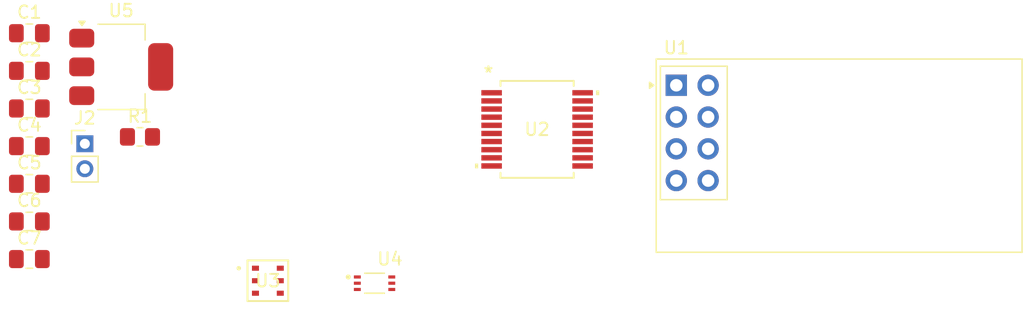
<source format=kicad_pcb>
(kicad_pcb (version 20240108) (generator "pcbnew") (generator_version "8.0")
  (layers (0 "F.Cu" signal) (31 "B.Cu" signal) (34 "B.Paste" user) (35 "F.Paste" user) (36 "B.SilkS" user "B.Silkscreen") (37 "F.SilkS" user "F.Silkscreen") (38 "B.Mask" user) (39 "F.Mask" user) (44 "Edge.Cuts" user))
  (net 0 "")
  (net 3 "+9V")
  (net 28 "GND")
  (net 29 "+3.3V")
  (net 30 "I2C_SDA")
  (net 31 "I2C_SCL")
  (net 32 "Net-(U4-DVI)")
  (footprint "Package_TO_SOT_SMD:SOT-223-3_TabPin2" (layer "F.Cu") (at 45.8 30.205)
    (property "Reference" "U5" (at 0 -4.5 0) (layer "F.SilkS"))
    (property "Value" "NCP1117-3.3Vout-20Vin")
    (fp_line (start -1.85 -3.41) (end 1.91 -3.41) (stroke (width 0.12)) (layer "F.SilkS"))
    (fp_line (start -1.85 3.41) (end 1.91 3.41) (stroke (width 0.12)) (layer "F.SilkS"))
    (fp_line (start 1.91 -3.41) (end 1.91 -2.15) (stroke (width 0.12)) (layer "F.SilkS"))
    (fp_line (start 1.91 3.41) (end 1.91 2.15) (stroke (width 0.12)) (layer "F.SilkS"))
    (fp_poly (pts (xy -3.13 -3.31) (xy -3.37 -3.64) (xy -2.89 -3.64) (xy -3.13 -3.31)) (stroke (width 0.12)) (fill solid) (layer "F.SilkS"))
    (pad "1" smd roundrect (at -3.15 -2.3) (size 2 1.5) (layers "F.Cu" "F.Paste" "F.Mask") (net 28 "GND"))
    (pad "2" smd roundrect (at -3.15 0) (size 2 1.5) (layers "F.Cu" "F.Paste" "F.Mask") (net 29 "+3.3V"))
    (pad "2" smd roundrect (at 3.15 0) (size 2 3.8) (layers "F.Cu" "F.Paste" "F.Mask") (net 29 "+3.3V"))
    (pad "3" smd roundrect (at -3.15 2.3) (size 2 1.5) (layers "F.Cu" "F.Paste" "F.Mask") (net 3 "+9V"))
  )
  (footprint "Capacitor_SMD:C_0805_2012Metric_Pad1.18x1.45mm_HandSolder" (layer "F.Cu") (at 38.47 45.57)
    (property "Reference" "C7" (at 0 -1.68 0) (layer "F.SilkS"))
    (property "Value" "0.1uF")
    (fp_line (start -0.261252 -0.735) (end 0.261252 -0.735) (stroke (width 0.12)) (layer "F.SilkS"))
    (fp_line (start -0.261252 0.735) (end 0.261252 0.735) (stroke (width 0.12)) (layer "F.SilkS"))
    (pad "1" smd roundrect (at -1.0375 0) (size 1.175 1.45) (layers "F.Cu" "F.Paste" "F.Mask") (roundrect_rratio 0.212766) (net 29 "+3.3V"))
    (pad "2" smd roundrect (at 1.0375 0) (size 1.175 1.45) (layers "F.Cu" "F.Paste" "F.Mask") (roundrect_rratio 0.212766) (net 28 "GND"))
  )
  (footprint "BH1750:XDCR_BH1750FVI-TR" (layer "F.Cu") (at 66.025 47.5)
    (property "Reference" "U4" (at 1.226565 -1.937485 0) (layer "F.SilkS") (effects (font (size 1.001283 1.001283))))
    (property "Value" "BH1750FVI-TR")
    (fp_line (start -0.78 0.8) (end 0.78 0.8) (stroke (width 0.127)) (layer "F.SilkS"))
    (fp_line (start 0.78 -0.8) (end -0.78 -0.8) (stroke (width 0.127)) (layer "F.SilkS"))
    (fp_circle (center -2.1 -0.5) (end -2 -0.5) (stroke (width 0.2)) (fill none) (layer "F.SilkS"))
    (pad "1" smd rect (at -1.375 -0.5) (size 0.55 0.25) (layers "F.Cu" "F.Paste" "F.Mask") (net 29 "+3.3V"))
    (pad "2" smd rect (at -1.375 0) (size 0.55 0.25) (layers "F.Cu" "F.Paste" "F.Mask") (net 28 "GND"))
    (pad "3" smd rect (at -1.375 0.5) (size 0.55 0.25) (layers "F.Cu" "F.Paste" "F.Mask") (net 28 "GND"))
    (pad "4" smd rect (at 1.375 0.5) (size 0.55 0.25) (layers "F.Cu" "F.Paste" "F.Mask") (net 30 "I2C_SDA"))
    (pad "5" smd rect (at 1.375 0) (size 0.55 0.25) (layers "F.Cu" "F.Paste" "F.Mask") (net 32 "Net-(U4-DVI)"))
    (pad "6" smd rect (at 1.375 -0.5) (size 0.55 0.25) (layers "F.Cu" "F.Paste" "F.Mask") (net 31 "I2C_SCL"))
  )
  (footprint "Capacitor_SMD:C_0805_2012Metric_Pad1.18x1.45mm_HandSolder" (layer "F.Cu") (at 38.47 42.56)
    (property "Reference" "C6" (at 0 -1.68 0) (layer "F.SilkS"))
    (property "Value" "10uF")
    (fp_line (start -0.261252 -0.735) (end 0.261252 -0.735) (stroke (width 0.12)) (layer "F.SilkS"))
    (fp_line (start -0.261252 0.735) (end 0.261252 0.735) (stroke (width 0.12)) (layer "F.SilkS"))
    (pad "1" smd roundrect (at -1.0375 0) (size 1.175 1.45) (layers "F.Cu" "F.Paste" "F.Mask") (roundrect_rratio 0.212766) (net 29 "+3.3V"))
    (pad "2" smd roundrect (at 1.0375 0) (size 1.175 1.45) (layers "F.Cu" "F.Paste" "F.Mask") (roundrect_rratio 0.212766) (net 28 "GND"))
  )
  (footprint "Capacitor_SMD:C_0805_2012Metric_Pad1.18x1.45mm_HandSolder" (layer "F.Cu") (at 38.47 33.53)
    (property "Reference" "C3" (at 0 -1.68 0) (layer "F.SilkS"))
    (property "Value" "0.1uF")
    (fp_line (start -0.261252 -0.735) (end 0.261252 -0.735) (stroke (width 0.12)) (layer "F.SilkS"))
    (fp_line (start -0.261252 0.735) (end 0.261252 0.735) (stroke (width 0.12)) (layer "F.SilkS"))
    (pad "1" smd roundrect (at -1.0375 0) (size 1.175 1.45) (layers "F.Cu" "F.Paste" "F.Mask") (roundrect_rratio 0.212766) (net 28 "GND"))
    (pad "2" smd roundrect (at 1.0375 0) (size 1.175 1.45) (layers "F.Cu" "F.Paste" "F.Mask") (roundrect_rratio 0.212766) (net 29 "+3.3V"))
  )
  (footprint "Capacitor_SMD:C_0805_2012Metric_Pad1.18x1.45mm_HandSolder" (layer "F.Cu") (at 38.47 36.54)
    (property "Reference" "C4" (at 0 -1.68 0) (layer "F.SilkS"))
    (property "Value" "0.1uF")
    (fp_line (start -0.261252 -0.735) (end 0.261252 -0.735) (stroke (width 0.12)) (layer "F.SilkS"))
    (fp_line (start -0.261252 0.735) (end 0.261252 0.735) (stroke (width 0.12)) (layer "F.SilkS"))
    (pad "1" smd roundrect (at -1.0375 0) (size 1.175 1.45) (layers "F.Cu" "F.Paste" "F.Mask") (roundrect_rratio 0.212766) (net 28 "GND"))
    (pad "2" smd roundrect (at 1.0375 0) (size 1.175 1.45) (layers "F.Cu" "F.Paste" "F.Mask") (roundrect_rratio 0.212766) (net 29 "+3.3V"))
  )
  (footprint "Capacitor_SMD:C_0805_2012Metric_Pad1.18x1.45mm_HandSolder" (layer "F.Cu") (at 38.47 27.51)
    (property "Reference" "C1" (at 0 -1.68 0) (layer "F.SilkS"))
    (property "Value" "0.1uF")
    (fp_line (start -0.261252 -0.735) (end 0.261252 -0.735) (stroke (width 0.12)) (layer "F.SilkS"))
    (fp_line (start -0.261252 0.735) (end 0.261252 0.735) (stroke (width 0.12)) (layer "F.SilkS"))
    (pad "1" smd roundrect (at -1.0375 0) (size 1.175 1.45) (layers "F.Cu" "F.Paste" "F.Mask") (roundrect_rratio 0.212766) (net 28 "GND"))
    (pad "2" smd roundrect (at 1.0375 0) (size 1.175 1.45) (layers "F.Cu" "F.Paste" "F.Mask") (roundrect_rratio 0.212766) (net 29 "+3.3V"))
  )
  (footprint "Capacitor_SMD:C_0805_2012Metric_Pad1.18x1.45mm_HandSolder" (layer "F.Cu") (at 38.47 30.52)
    (property "Reference" "C2" (at 0 -1.68 0) (layer "F.SilkS"))
    (property "Value" "0.1uF")
    (fp_line (start -0.261252 -0.735) (end 0.261252 -0.735) (stroke (width 0.12)) (layer "F.SilkS"))
    (fp_line (start -0.261252 0.735) (end 0.261252 0.735) (stroke (width 0.12)) (layer "F.SilkS"))
    (pad "1" smd roundrect (at -1.0375 0) (size 1.175 1.45) (layers "F.Cu" "F.Paste" "F.Mask") (roundrect_rratio 0.212766) (net 28 "GND"))
    (pad "2" smd roundrect (at 1.0375 0) (size 1.175 1.45) (layers "F.Cu" "F.Paste" "F.Mask") (roundrect_rratio 0.212766) (net 32 "Net-(U4-DVI)"))
  )
  (footprint "Resistor_SMD:R_0805_2012Metric_Pad1.20x1.40mm_HandSolder" (layer "F.Cu") (at 47.3 35.8)
    (property "Reference" "R1" (at 0 -1.65 0) (layer "F.SilkS"))
    (property "Value" "1kR")
    (fp_line (start -0.227064 -0.735) (end 0.227064 -0.735) (stroke (width 0.12)) (layer "F.SilkS"))
    (fp_line (start -0.227064 0.735) (end 0.227064 0.735) (stroke (width 0.12)) (layer "F.SilkS"))
    (pad "1" smd roundrect (at -1 0) (size 1.2 1.4) (layers "F.Cu" "F.Paste" "F.Mask") (roundrect_rratio 0.208333) (net 29 "+3.3V"))
    (pad "2" smd roundrect (at 1 0) (size 1.2 1.4) (layers "F.Cu" "F.Paste" "F.Mask") (roundrect_rratio 0.208333) (net 32 "Net-(U4-DVI)"))
  )
  (footprint "RF_Module:nRF24L01_Breakout" (layer "F.Cu") (at 90.1105 31.675)
    (property "Reference" "U1" (at 0 -3 0) (layer "F.SilkS"))
    (property "Value" "NRF24L01_Breakout")
    (fp_line (start -1.6 -2.1) (end -1.6 -2.1) (stroke (width 0.12)) (layer "F.SilkS"))
    (fp_line (start -1.6 -2.1) (end 27.6 -2.1) (stroke (width 0.12)) (layer "F.SilkS"))
    (fp_line (start -1.6 13.35) (end -1.6 -2.1) (stroke (width 0.12)) (layer "F.SilkS"))
    (fp_line (start -1.27 -1.524) (end -1.27 -1.524) (stroke (width 0.12)) (layer "F.SilkS"))
    (fp_line (start -1.27 -1.524) (end 4.064 -1.524) (stroke (width 0.12)) (layer "F.SilkS"))
    (fp_line (start -1.27 9.144) (end -1.27 -1.524) (stroke (width 0.12)) (layer "F.SilkS"))
    (fp_line (start -1.27 9.144) (end -1.27 9.144) (stroke (width 0.12)) (layer "F.SilkS"))
    (fp_line (start 4.064 -1.524) (end 4.064 9.143999) (stroke (width 0.12)) (layer "F.SilkS"))
    (fp_line (start 4.064 9.143999) (end -1.27 9.144) (stroke (width 0.12)) (layer "F.SilkS"))
    (fp_line (start 27.6 -2.1) (end 27.6 13.35) (stroke (width 0.12)) (layer "F.SilkS"))
    (fp_line (start 27.6 13.35) (end -1.6 13.35) (stroke (width 0.12)) (layer "F.SilkS"))
    (fp_poly (pts (xy -1.8 0) (xy -2.136 0.240001) (xy -2.136 -0.240001) (xy -1.8 0)) (stroke (width 0.12)) (fill solid) (layer "F.SilkS"))
    (pad "1" thru_hole rect (at 0 0) (size 1.7 1.7) (drill 1) (layers "*.Cu" "*.Mask") (net 28 "GND"))
    (pad "2" thru_hole circle (at 2.54 0) (size 1.7 1.7) (drill 1) (layers "*.Cu" "*.Mask") (net 29 "+3.3V"))
    (pad "3" thru_hole circle (at 0 2.54) (size 1.7 1.7) (drill 1) (layers "*.Cu" "*.Mask"))
    (pad "4" thru_hole circle (at 2.54 2.54) (size 1.7 1.7) (drill 1) (layers "*.Cu" "*.Mask"))
    (pad "5" thru_hole circle (at 0 5.079999) (size 1.7 1.7) (drill 1) (layers "*.Cu" "*.Mask"))
    (pad "6" thru_hole circle (at 2.54 5.08) (size 1.7 1.7) (drill 1) (layers "*.Cu" "*.Mask"))
    (pad "7" thru_hole circle (at 0 7.62) (size 1.7 1.7) (drill 1) (layers "*.Cu" "*.Mask"))
    (pad "8" thru_hole circle (at 2.54 7.62) (size 1.7 1.7) (drill 1) (layers "*.Cu" "*.Mask"))
  )
  (footprint "PIC18F15Q41-I-SS:SSOP20_SS_MCH" (layer "F.Cu") (at 79 35.2)
    (property "Reference" "U2" (at 0 0 0) (layer "F.SilkS"))
    (property "Value" "PIC18F15Q41-I/SS")
    (fp_line (start -2.921 -3.8735) (end -2.920999 -3.47324) (stroke (width 0.1524)) (layer "F.SilkS"))
    (fp_line (start -2.921 3.473238) (end -2.921 3.8735) (stroke (width 0.1524)) (layer "F.SilkS"))
    (fp_line (start -2.921 3.8735) (end 2.921 3.8735) (stroke (width 0.1524)) (layer "F.SilkS"))
    (fp_line (start 2.921 -3.8735) (end -2.921 -3.8735) (stroke (width 0.1524)) (layer "F.SilkS"))
    (fp_line (start 2.921 -3.473238) (end 2.921 -3.8735) (stroke (width 0.1524)) (layer "F.SilkS"))
    (fp_line (start 2.921 3.8735) (end 2.920999 3.47324) (stroke (width 0.1524)) (layer "F.SilkS"))
    (fp_poly (pts (xy -4.9601 2.734498) (xy -4.960099 3.115498) (xy -4.706099 3.115498) (xy -4.706099 2.734499)) (fill solid) (layer "F.SilkS"))
    (fp_poly (pts (xy 4.960099 -3.115498) (xy 4.9601 -2.734498) (xy 4.706099 -2.734499) (xy 4.706099 -3.115498)) (fill solid) (layer "F.SilkS"))
    (fp_text user "*" (at -3.886199 -4.499001 0) (layer "F.SilkS"))
    (fp_text user "*" (at -3.886199 -4.499001 0) (layer "F.SilkS"))
    (pad "1" smd rect (at -3.6322 -2.925) (size 1.639799 0.431) (layers "F.Cu" "F.Paste" "F.Mask") (net 29 "+3.3V"))
    (pad "2" smd rect (at -3.6322 -2.274999) (size 1.639799 0.431) (layers "F.Cu" "F.Paste" "F.Mask"))
    (pad "3" smd rect (at -3.6322 -1.625001) (size 1.639799 0.431) (layers "F.Cu" "F.Paste" "F.Mask"))
    (pad "4" smd rect (at -3.6322 -0.974999) (size 1.639799 0.431) (layers "F.Cu" "F.Paste" "F.Mask"))
    (pad "5" smd rect (at -3.6322 -0.325001) (size 1.639799 0.431) (layers "F.Cu" "F.Paste" "F.Mask"))
    (pad "6" smd rect (at -3.6322 0.324998) (size 1.639799 0.431) (layers "F.Cu" "F.Paste" "F.Mask"))
    (pad "7" smd rect (at -3.6322 0.974999) (size 1.639799 0.431) (layers "F.Cu" "F.Paste" "F.Mask"))
    (pad "8" smd rect (at -3.6322 1.624998) (size 1.639799 0.431) (layers "F.Cu" "F.Paste" "F.Mask"))
    (pad "9" smd rect (at -3.6322 2.274999) (size 1.639799 0.431) (layers "F.Cu" "F.Paste" "F.Mask"))
    (pad "10" smd rect (at -3.6322 2.924998) (size 1.639799 0.431) (layers "F.Cu" "F.Paste" "F.Mask"))
    (pad "11" smd rect (at 3.6322 2.925) (size 1.639799 0.431) (layers "F.Cu" "F.Paste" "F.Mask"))
    (pad "12" smd rect (at 3.6322 2.275002) (size 1.639799 0.431) (layers "F.Cu" "F.Paste" "F.Mask"))
    (pad "13" smd rect (at 3.6322 1.625001) (size 1.639799 0.431) (layers "F.Cu" "F.Paste" "F.Mask"))
    (pad "14" smd rect (at 3.6322 0.975002) (size 1.639799 0.431) (layers "F.Cu" "F.Paste" "F.Mask"))
    (pad "15" smd rect (at 3.6322 0.325001) (size 1.639799 0.431) (layers "F.Cu" "F.Paste" "F.Mask"))
    (pad "16" smd rect (at 3.6322 -0.324998) (size 1.639799 0.431) (layers "F.Cu" "F.Paste" "F.Mask"))
    (pad "17" smd rect (at 3.6322 -0.974999) (size 1.639799 0.431) (layers "F.Cu" "F.Paste" "F.Mask"))
    (pad "18" smd rect (at 3.6322 -1.624998) (size 1.639799 0.431) (layers "F.Cu" "F.Paste" "F.Mask"))
    (pad "19" smd rect (at 3.6322 -2.274999) (size 1.639799 0.431) (layers "F.Cu" "F.Paste" "F.Mask"))
    (pad "20" smd rect (at 3.6322 -2.924998) (size 1.639799 0.431) (layers "F.Cu" "F.Paste" "F.Mask") (net 28 "GND"))
  )
  (footprint "Capacitor_SMD:C_0805_2012Metric_Pad1.18x1.45mm_HandSolder" (layer "F.Cu") (at 38.47 39.55)
    (property "Reference" "C5" (at 0 -1.68 0) (layer "F.SilkS"))
    (property "Value" "10uF")
    (fp_line (start -0.261252 -0.735) (end 0.261252 -0.735) (stroke (width 0.12)) (layer "F.SilkS"))
    (fp_line (start -0.261252 0.735) (end 0.261252 0.735) (stroke (width 0.12)) (layer "F.SilkS"))
    (pad "1" smd roundrect (at -1.0375 0) (size 1.175 1.45) (layers "F.Cu" "F.Paste" "F.Mask") (roundrect_rratio 0.212766) (net 3 "+9V"))
    (pad "2" smd roundrect (at 1.0375 0) (size 1.175 1.45) (layers "F.Cu" "F.Paste" "F.Mask") (roundrect_rratio 0.212766) (net 28 "GND"))
  )
  (footprint "AHT20:AHT20_GAE" (layer "F.Cu") (at 57.5094 47.299999)
    (property "Reference" "U3" (at 0 0 0) (layer "F.SilkS"))
    (property "Value" "AHT20")
    (fp_line (start -1.6256 -1.6256) (end -1.6256 1.6256) (stroke (width 0.1524)) (layer "F.SilkS"))
    (fp_line (start -1.6256 1.6256) (end 1.6256 1.6256) (stroke (width 0.1524)) (layer "F.SilkS"))
    (fp_line (start 1.6256 -1.6256) (end -1.6256 -1.6256) (stroke (width 0.1524)) (layer "F.SilkS"))
    (fp_line (start 1.6256 1.6256) (end 1.6256 -1.6256) (stroke (width 0.1524)) (layer "F.SilkS"))
    (fp_circle (center -2.3208 -1) (end -2.2192 -1) (stroke (width 0.1524)) (fill none) (layer "F.SilkS"))
    (pad "1" smd rect (at -0.9906 -1.000001) (size 0.5588 0.4064) (layers "F.Cu" "F.Paste" "F.Mask"))
    (pad "2" smd rect (at -0.9906 0) (size 0.5588 0.4064) (layers "F.Cu" "F.Paste" "F.Mask") (net 29 "+3.3V"))
    (pad "3" smd rect (at -0.9906 1.000001) (size 0.5588 0.4064) (layers "F.Cu" "F.Paste" "F.Mask") (net 31 "I2C_SCL"))
    (pad "4" smd rect (at 0.9906 1.000001) (size 0.5588 0.4064) (layers "F.Cu" "F.Paste" "F.Mask") (net 30 "I2C_SDA"))
    (pad "5" smd rect (at 0.9906 0) (size 0.5588 0.4064) (layers "F.Cu" "F.Paste" "F.Mask") (net 28 "GND"))
    (pad "6" smd rect (at 0.9906 -1.000001) (size 0.5588 0.4064) (layers "F.Cu" "F.Paste" "F.Mask"))
  )
  (footprint "Connector_PinHeader_2.00mm:PinHeader_1x02_P2.00mm_Vertical" (layer "F.Cu") (at 42.9 36.35)
    (property "Reference" "J2" (at 0 -2.06 0) (layer "F.SilkS"))
    (property "Value" "Power")
    (fp_line (start -1.06 -1.06) (end 0 -1.06) (stroke (width 0.12)) (layer "F.SilkS"))
    (fp_line (start -1.06 0) (end -1.06 -1.06) (stroke (width 0.12)) (layer "F.SilkS"))
    (fp_line (start -1.06 1) (end -1.06 3.06) (stroke (width 0.12)) (layer "F.SilkS"))
    (fp_line (start -1.06 1) (end 1.06 1) (stroke (width 0.12)) (layer "F.SilkS"))
    (fp_line (start -1.06 3.06) (end 1.06 3.06) (stroke (width 0.12)) (layer "F.SilkS"))
    (fp_line (start 1.06 1) (end 1.06 3.06) (stroke (width 0.12)) (layer "F.SilkS"))
    (pad "1" thru_hole rect (at 0 0) (size 1.35 1.35) (drill 0.8) (layers "*.Cu" "*.Mask") (net 3 "+9V"))
    (pad "2" thru_hole oval (at 0 2) (size 1.35 1.35) (drill 0.8) (layers "*.Cu" "*.Mask") (net 28 "GND"))
  )
)
</source>
